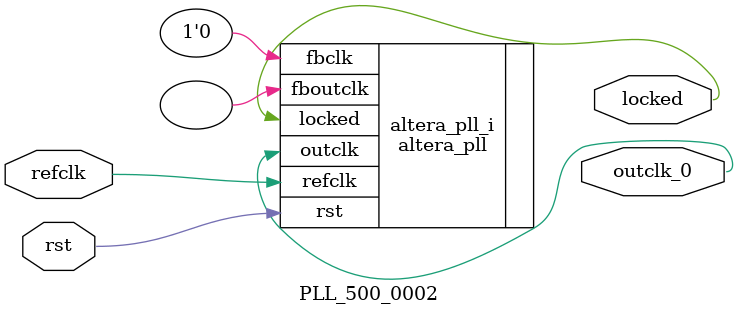
<source format=v>
`timescale 1ns/10ps
module  PLL_500_0002(

	// interface 'refclk'
	input wire refclk,

	// interface 'reset'
	input wire rst,

	// interface 'outclk0'
	output wire outclk_0,

	// interface 'locked'
	output wire locked
);

	altera_pll #(
		.fractional_vco_multiplier("false"),
		.reference_clock_frequency("50.0 MHz"),
		.operation_mode("direct"),
		.number_of_clocks(1),
		.output_clock_frequency0("500.000000 MHz"),
		.phase_shift0("0 ps"),
		.duty_cycle0(50),
		.output_clock_frequency1("0 MHz"),
		.phase_shift1("0 ps"),
		.duty_cycle1(50),
		.output_clock_frequency2("0 MHz"),
		.phase_shift2("0 ps"),
		.duty_cycle2(50),
		.output_clock_frequency3("0 MHz"),
		.phase_shift3("0 ps"),
		.duty_cycle3(50),
		.output_clock_frequency4("0 MHz"),
		.phase_shift4("0 ps"),
		.duty_cycle4(50),
		.output_clock_frequency5("0 MHz"),
		.phase_shift5("0 ps"),
		.duty_cycle5(50),
		.output_clock_frequency6("0 MHz"),
		.phase_shift6("0 ps"),
		.duty_cycle6(50),
		.output_clock_frequency7("0 MHz"),
		.phase_shift7("0 ps"),
		.duty_cycle7(50),
		.output_clock_frequency8("0 MHz"),
		.phase_shift8("0 ps"),
		.duty_cycle8(50),
		.output_clock_frequency9("0 MHz"),
		.phase_shift9("0 ps"),
		.duty_cycle9(50),
		.output_clock_frequency10("0 MHz"),
		.phase_shift10("0 ps"),
		.duty_cycle10(50),
		.output_clock_frequency11("0 MHz"),
		.phase_shift11("0 ps"),
		.duty_cycle11(50),
		.output_clock_frequency12("0 MHz"),
		.phase_shift12("0 ps"),
		.duty_cycle12(50),
		.output_clock_frequency13("0 MHz"),
		.phase_shift13("0 ps"),
		.duty_cycle13(50),
		.output_clock_frequency14("0 MHz"),
		.phase_shift14("0 ps"),
		.duty_cycle14(50),
		.output_clock_frequency15("0 MHz"),
		.phase_shift15("0 ps"),
		.duty_cycle15(50),
		.output_clock_frequency16("0 MHz"),
		.phase_shift16("0 ps"),
		.duty_cycle16(50),
		.output_clock_frequency17("0 MHz"),
		.phase_shift17("0 ps"),
		.duty_cycle17(50),
		.pll_type("General"),
		.pll_subtype("General")
	) altera_pll_i (
		.rst	(rst),
		.outclk	({outclk_0}),
		.locked	(locked),
		.fboutclk	( ),
		.fbclk	(1'b0),
		.refclk	(refclk)
	);
endmodule


</source>
